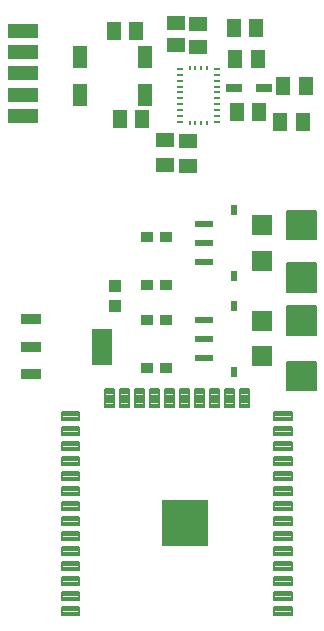
<source format=gbr>
G04 EAGLE Gerber RS-274X export*
G75*
%MOMM*%
%FSLAX34Y34*%
%LPD*%
%INSolderpaste Top*%
%IPPOS*%
%AMOC8*
5,1,8,0,0,1.08239X$1,22.5*%
G01*
%ADD10R,1.000000X1.100000*%
%ADD11C,0.198000*%
%ADD12R,4.000000X4.000000*%
%ADD13R,1.600200X0.508000*%
%ADD14R,0.609600X0.889000*%
%ADD15R,1.701800X1.803400*%
%ADD16R,0.475000X0.250000*%
%ADD17R,0.250000X0.375000*%
%ADD18R,1.500000X1.300000*%
%ADD19R,1.300000X1.500000*%
%ADD20R,1.300000X1.900000*%
%ADD21R,1.500000X1.200000*%
%ADD22R,1.350000X0.800000*%
%ADD23C,0.127000*%
%ADD24R,1.761200X0.850800*%
%ADD25R,1.761200X3.150800*%
%ADD26R,1.000000X0.900000*%
%ADD27R,2.540000X1.270000*%


D10*
X98100Y276600D03*
X98100Y293600D03*
D11*
X68010Y15540D02*
X52990Y15540D01*
X52990Y22560D01*
X68010Y22560D01*
X68010Y15540D01*
X68010Y17421D02*
X52990Y17421D01*
X52990Y19302D02*
X68010Y19302D01*
X68010Y21183D02*
X52990Y21183D01*
X52990Y28240D02*
X68010Y28240D01*
X52990Y28240D02*
X52990Y35260D01*
X68010Y35260D01*
X68010Y28240D01*
X68010Y30121D02*
X52990Y30121D01*
X52990Y32002D02*
X68010Y32002D01*
X68010Y33883D02*
X52990Y33883D01*
X52990Y40940D02*
X68010Y40940D01*
X52990Y40940D02*
X52990Y47960D01*
X68010Y47960D01*
X68010Y40940D01*
X68010Y42821D02*
X52990Y42821D01*
X52990Y44702D02*
X68010Y44702D01*
X68010Y46583D02*
X52990Y46583D01*
X52990Y53640D02*
X68010Y53640D01*
X52990Y53640D02*
X52990Y60660D01*
X68010Y60660D01*
X68010Y53640D01*
X68010Y55521D02*
X52990Y55521D01*
X52990Y57402D02*
X68010Y57402D01*
X68010Y59283D02*
X52990Y59283D01*
X52990Y66340D02*
X68010Y66340D01*
X52990Y66340D02*
X52990Y73360D01*
X68010Y73360D01*
X68010Y66340D01*
X68010Y68221D02*
X52990Y68221D01*
X52990Y70102D02*
X68010Y70102D01*
X68010Y71983D02*
X52990Y71983D01*
X52990Y79040D02*
X68010Y79040D01*
X52990Y79040D02*
X52990Y86060D01*
X68010Y86060D01*
X68010Y79040D01*
X68010Y80921D02*
X52990Y80921D01*
X52990Y82802D02*
X68010Y82802D01*
X68010Y84683D02*
X52990Y84683D01*
X52990Y91740D02*
X68010Y91740D01*
X52990Y91740D02*
X52990Y98760D01*
X68010Y98760D01*
X68010Y91740D01*
X68010Y93621D02*
X52990Y93621D01*
X52990Y95502D02*
X68010Y95502D01*
X68010Y97383D02*
X52990Y97383D01*
X52990Y104440D02*
X68010Y104440D01*
X52990Y104440D02*
X52990Y111460D01*
X68010Y111460D01*
X68010Y104440D01*
X68010Y106321D02*
X52990Y106321D01*
X52990Y108202D02*
X68010Y108202D01*
X68010Y110083D02*
X52990Y110083D01*
X52990Y117140D02*
X68010Y117140D01*
X52990Y117140D02*
X52990Y124160D01*
X68010Y124160D01*
X68010Y117140D01*
X68010Y119021D02*
X52990Y119021D01*
X52990Y120902D02*
X68010Y120902D01*
X68010Y122783D02*
X52990Y122783D01*
X52990Y129840D02*
X68010Y129840D01*
X52990Y129840D02*
X52990Y136860D01*
X68010Y136860D01*
X68010Y129840D01*
X68010Y131721D02*
X52990Y131721D01*
X52990Y133602D02*
X68010Y133602D01*
X68010Y135483D02*
X52990Y135483D01*
X52990Y142540D02*
X68010Y142540D01*
X52990Y142540D02*
X52990Y149560D01*
X68010Y149560D01*
X68010Y142540D01*
X68010Y144421D02*
X52990Y144421D01*
X52990Y146302D02*
X68010Y146302D01*
X68010Y148183D02*
X52990Y148183D01*
X52990Y155240D02*
X68010Y155240D01*
X52990Y155240D02*
X52990Y162260D01*
X68010Y162260D01*
X68010Y155240D01*
X68010Y157121D02*
X52990Y157121D01*
X52990Y159002D02*
X68010Y159002D01*
X68010Y160883D02*
X52990Y160883D01*
X52990Y167940D02*
X68010Y167940D01*
X52990Y167940D02*
X52990Y174960D01*
X68010Y174960D01*
X68010Y167940D01*
X68010Y169821D02*
X52990Y169821D01*
X52990Y171702D02*
X68010Y171702D01*
X68010Y173583D02*
X52990Y173583D01*
X52990Y180640D02*
X68010Y180640D01*
X52990Y180640D02*
X52990Y187660D01*
X68010Y187660D01*
X68010Y180640D01*
X68010Y182521D02*
X52990Y182521D01*
X52990Y184402D02*
X68010Y184402D01*
X68010Y186283D02*
X52990Y186283D01*
X89840Y191640D02*
X89840Y206660D01*
X96860Y206660D01*
X96860Y191640D01*
X89840Y191640D01*
X89840Y193521D02*
X96860Y193521D01*
X96860Y195402D02*
X89840Y195402D01*
X89840Y197283D02*
X96860Y197283D01*
X96860Y199164D02*
X89840Y199164D01*
X89840Y201045D02*
X96860Y201045D01*
X96860Y202926D02*
X89840Y202926D01*
X89840Y204807D02*
X96860Y204807D01*
X102540Y206660D02*
X102540Y191640D01*
X102540Y206660D02*
X109560Y206660D01*
X109560Y191640D01*
X102540Y191640D01*
X102540Y193521D02*
X109560Y193521D01*
X109560Y195402D02*
X102540Y195402D01*
X102540Y197283D02*
X109560Y197283D01*
X109560Y199164D02*
X102540Y199164D01*
X102540Y201045D02*
X109560Y201045D01*
X109560Y202926D02*
X102540Y202926D01*
X102540Y204807D02*
X109560Y204807D01*
X115240Y206660D02*
X115240Y191640D01*
X115240Y206660D02*
X122260Y206660D01*
X122260Y191640D01*
X115240Y191640D01*
X115240Y193521D02*
X122260Y193521D01*
X122260Y195402D02*
X115240Y195402D01*
X115240Y197283D02*
X122260Y197283D01*
X122260Y199164D02*
X115240Y199164D01*
X115240Y201045D02*
X122260Y201045D01*
X122260Y202926D02*
X115240Y202926D01*
X115240Y204807D02*
X122260Y204807D01*
X127940Y206660D02*
X127940Y191640D01*
X127940Y206660D02*
X134960Y206660D01*
X134960Y191640D01*
X127940Y191640D01*
X127940Y193521D02*
X134960Y193521D01*
X134960Y195402D02*
X127940Y195402D01*
X127940Y197283D02*
X134960Y197283D01*
X134960Y199164D02*
X127940Y199164D01*
X127940Y201045D02*
X134960Y201045D01*
X134960Y202926D02*
X127940Y202926D01*
X127940Y204807D02*
X134960Y204807D01*
X140640Y206660D02*
X140640Y191640D01*
X140640Y206660D02*
X147660Y206660D01*
X147660Y191640D01*
X140640Y191640D01*
X140640Y193521D02*
X147660Y193521D01*
X147660Y195402D02*
X140640Y195402D01*
X140640Y197283D02*
X147660Y197283D01*
X147660Y199164D02*
X140640Y199164D01*
X140640Y201045D02*
X147660Y201045D01*
X147660Y202926D02*
X140640Y202926D01*
X140640Y204807D02*
X147660Y204807D01*
X153340Y206660D02*
X153340Y191640D01*
X153340Y206660D02*
X160360Y206660D01*
X160360Y191640D01*
X153340Y191640D01*
X153340Y193521D02*
X160360Y193521D01*
X160360Y195402D02*
X153340Y195402D01*
X153340Y197283D02*
X160360Y197283D01*
X160360Y199164D02*
X153340Y199164D01*
X153340Y201045D02*
X160360Y201045D01*
X160360Y202926D02*
X153340Y202926D01*
X153340Y204807D02*
X160360Y204807D01*
X166040Y206660D02*
X166040Y191640D01*
X166040Y206660D02*
X173060Y206660D01*
X173060Y191640D01*
X166040Y191640D01*
X166040Y193521D02*
X173060Y193521D01*
X173060Y195402D02*
X166040Y195402D01*
X166040Y197283D02*
X173060Y197283D01*
X173060Y199164D02*
X166040Y199164D01*
X166040Y201045D02*
X173060Y201045D01*
X173060Y202926D02*
X166040Y202926D01*
X166040Y204807D02*
X173060Y204807D01*
X178740Y206660D02*
X178740Y191640D01*
X178740Y206660D02*
X185760Y206660D01*
X185760Y191640D01*
X178740Y191640D01*
X178740Y193521D02*
X185760Y193521D01*
X185760Y195402D02*
X178740Y195402D01*
X178740Y197283D02*
X185760Y197283D01*
X185760Y199164D02*
X178740Y199164D01*
X178740Y201045D02*
X185760Y201045D01*
X185760Y202926D02*
X178740Y202926D01*
X178740Y204807D02*
X185760Y204807D01*
X191440Y206660D02*
X191440Y191640D01*
X191440Y206660D02*
X198460Y206660D01*
X198460Y191640D01*
X191440Y191640D01*
X191440Y193521D02*
X198460Y193521D01*
X198460Y195402D02*
X191440Y195402D01*
X191440Y197283D02*
X198460Y197283D01*
X198460Y199164D02*
X191440Y199164D01*
X191440Y201045D02*
X198460Y201045D01*
X198460Y202926D02*
X191440Y202926D01*
X191440Y204807D02*
X198460Y204807D01*
X204140Y206660D02*
X204140Y191640D01*
X204140Y206660D02*
X211160Y206660D01*
X211160Y191640D01*
X204140Y191640D01*
X204140Y193521D02*
X211160Y193521D01*
X211160Y195402D02*
X204140Y195402D01*
X204140Y197283D02*
X211160Y197283D01*
X211160Y199164D02*
X204140Y199164D01*
X204140Y201045D02*
X211160Y201045D01*
X211160Y202926D02*
X204140Y202926D01*
X204140Y204807D02*
X211160Y204807D01*
X232990Y187660D02*
X248010Y187660D01*
X248010Y180640D01*
X232990Y180640D01*
X232990Y187660D01*
X232990Y182521D02*
X248010Y182521D01*
X248010Y184402D02*
X232990Y184402D01*
X232990Y186283D02*
X248010Y186283D01*
X248010Y174960D02*
X232990Y174960D01*
X248010Y174960D02*
X248010Y167940D01*
X232990Y167940D01*
X232990Y174960D01*
X232990Y169821D02*
X248010Y169821D01*
X248010Y171702D02*
X232990Y171702D01*
X232990Y173583D02*
X248010Y173583D01*
X248010Y162260D02*
X232990Y162260D01*
X248010Y162260D02*
X248010Y155240D01*
X232990Y155240D01*
X232990Y162260D01*
X232990Y157121D02*
X248010Y157121D01*
X248010Y159002D02*
X232990Y159002D01*
X232990Y160883D02*
X248010Y160883D01*
X248010Y149560D02*
X232990Y149560D01*
X248010Y149560D02*
X248010Y142540D01*
X232990Y142540D01*
X232990Y149560D01*
X232990Y144421D02*
X248010Y144421D01*
X248010Y146302D02*
X232990Y146302D01*
X232990Y148183D02*
X248010Y148183D01*
X248010Y136860D02*
X232990Y136860D01*
X248010Y136860D02*
X248010Y129840D01*
X232990Y129840D01*
X232990Y136860D01*
X232990Y131721D02*
X248010Y131721D01*
X248010Y133602D02*
X232990Y133602D01*
X232990Y135483D02*
X248010Y135483D01*
X248010Y124160D02*
X232990Y124160D01*
X248010Y124160D02*
X248010Y117140D01*
X232990Y117140D01*
X232990Y124160D01*
X232990Y119021D02*
X248010Y119021D01*
X248010Y120902D02*
X232990Y120902D01*
X232990Y122783D02*
X248010Y122783D01*
X248010Y111460D02*
X232990Y111460D01*
X248010Y111460D02*
X248010Y104440D01*
X232990Y104440D01*
X232990Y111460D01*
X232990Y106321D02*
X248010Y106321D01*
X248010Y108202D02*
X232990Y108202D01*
X232990Y110083D02*
X248010Y110083D01*
X248010Y98760D02*
X232990Y98760D01*
X248010Y98760D02*
X248010Y91740D01*
X232990Y91740D01*
X232990Y98760D01*
X232990Y93621D02*
X248010Y93621D01*
X248010Y95502D02*
X232990Y95502D01*
X232990Y97383D02*
X248010Y97383D01*
X248010Y86060D02*
X232990Y86060D01*
X248010Y86060D02*
X248010Y79040D01*
X232990Y79040D01*
X232990Y86060D01*
X232990Y80921D02*
X248010Y80921D01*
X248010Y82802D02*
X232990Y82802D01*
X232990Y84683D02*
X248010Y84683D01*
X248010Y73360D02*
X232990Y73360D01*
X248010Y73360D02*
X248010Y66340D01*
X232990Y66340D01*
X232990Y73360D01*
X232990Y68221D02*
X248010Y68221D01*
X248010Y70102D02*
X232990Y70102D01*
X232990Y71983D02*
X248010Y71983D01*
X248010Y60660D02*
X232990Y60660D01*
X248010Y60660D02*
X248010Y53640D01*
X232990Y53640D01*
X232990Y60660D01*
X232990Y55521D02*
X248010Y55521D01*
X248010Y57402D02*
X232990Y57402D01*
X232990Y59283D02*
X248010Y59283D01*
X248010Y47960D02*
X232990Y47960D01*
X248010Y47960D02*
X248010Y40940D01*
X232990Y40940D01*
X232990Y47960D01*
X232990Y42821D02*
X248010Y42821D01*
X248010Y44702D02*
X232990Y44702D01*
X232990Y46583D02*
X248010Y46583D01*
X248010Y35260D02*
X232990Y35260D01*
X248010Y35260D02*
X248010Y28240D01*
X232990Y28240D01*
X232990Y35260D01*
X232990Y30121D02*
X248010Y30121D01*
X248010Y32002D02*
X232990Y32002D01*
X232990Y33883D02*
X248010Y33883D01*
X248010Y22560D02*
X232990Y22560D01*
X248010Y22560D02*
X248010Y15540D01*
X232990Y15540D01*
X232990Y22560D01*
X232990Y17421D02*
X248010Y17421D01*
X248010Y19302D02*
X232990Y19302D01*
X232990Y21183D02*
X248010Y21183D01*
D12*
X157500Y93150D03*
D13*
X173800Y346400D03*
X173800Y330400D03*
X173800Y314400D03*
D14*
X198800Y358400D03*
X198800Y302400D03*
D15*
X222300Y345400D03*
X222300Y315400D03*
D13*
X173800Y265300D03*
X173800Y249300D03*
X173800Y233300D03*
D14*
X198800Y277300D03*
X198800Y221300D03*
D15*
X222300Y264300D03*
X222300Y234300D03*
D16*
X153125Y432800D03*
D17*
X161250Y432175D03*
X166250Y432175D03*
X171250Y432175D03*
X176250Y432175D03*
D16*
X184375Y432800D03*
X184375Y437800D03*
X184375Y442800D03*
X184375Y447800D03*
X184375Y452800D03*
X184375Y457800D03*
X184375Y462800D03*
X184375Y467800D03*
X184375Y472800D03*
X184375Y477800D03*
D17*
X176250Y478425D03*
X171250Y478425D03*
X166250Y478425D03*
X161250Y478425D03*
D16*
X153125Y477800D03*
X153125Y472800D03*
X153125Y467800D03*
X153125Y462800D03*
X153125Y457800D03*
X153125Y452800D03*
X153125Y447800D03*
X153125Y442800D03*
X153125Y437800D03*
D18*
X149700Y516870D03*
X149700Y497870D03*
X168750Y515600D03*
X168750Y496600D03*
D19*
X198620Y512450D03*
X217620Y512450D03*
X259530Y462920D03*
X240530Y462920D03*
X237990Y432440D03*
X256990Y432440D03*
D20*
X123860Y487810D03*
X68860Y487810D03*
X68860Y455810D03*
X123860Y455810D03*
D19*
X102100Y434980D03*
X121100Y434980D03*
X97020Y509910D03*
X116020Y509910D03*
X220160Y441330D03*
X201160Y441330D03*
D21*
X159860Y395270D03*
X159860Y416270D03*
X140810Y417540D03*
X140810Y396540D03*
D19*
X199890Y485780D03*
X218890Y485780D03*
D22*
X224630Y461650D03*
X199230Y461650D03*
D23*
X243935Y252855D02*
X268065Y252855D01*
X243935Y252855D02*
X243935Y276985D01*
X268065Y276985D01*
X268065Y252855D01*
X268065Y254061D02*
X243935Y254061D01*
X243935Y255267D02*
X268065Y255267D01*
X268065Y256473D02*
X243935Y256473D01*
X243935Y257679D02*
X268065Y257679D01*
X268065Y258885D02*
X243935Y258885D01*
X243935Y260091D02*
X268065Y260091D01*
X268065Y261297D02*
X243935Y261297D01*
X243935Y262503D02*
X268065Y262503D01*
X268065Y263709D02*
X243935Y263709D01*
X243935Y264915D02*
X268065Y264915D01*
X268065Y266121D02*
X243935Y266121D01*
X243935Y267327D02*
X268065Y267327D01*
X268065Y268533D02*
X243935Y268533D01*
X243935Y269739D02*
X268065Y269739D01*
X268065Y270945D02*
X243935Y270945D01*
X243935Y272151D02*
X268065Y272151D01*
X268065Y273357D02*
X243935Y273357D01*
X243935Y274563D02*
X268065Y274563D01*
X268065Y275769D02*
X243935Y275769D01*
X243935Y276975D02*
X268065Y276975D01*
X268065Y357665D02*
X243935Y357665D01*
X268065Y357665D02*
X268065Y333535D01*
X243935Y333535D01*
X243935Y357665D01*
X243935Y334741D02*
X268065Y334741D01*
X268065Y335947D02*
X243935Y335947D01*
X243935Y337153D02*
X268065Y337153D01*
X268065Y338359D02*
X243935Y338359D01*
X243935Y339565D02*
X268065Y339565D01*
X268065Y340771D02*
X243935Y340771D01*
X243935Y341977D02*
X268065Y341977D01*
X268065Y343183D02*
X243935Y343183D01*
X243935Y344389D02*
X268065Y344389D01*
X268065Y345595D02*
X243935Y345595D01*
X243935Y346801D02*
X268065Y346801D01*
X268065Y348007D02*
X243935Y348007D01*
X243935Y349213D02*
X268065Y349213D01*
X268065Y350419D02*
X243935Y350419D01*
X243935Y351625D02*
X268065Y351625D01*
X268065Y352831D02*
X243935Y352831D01*
X243935Y354037D02*
X268065Y354037D01*
X268065Y355243D02*
X243935Y355243D01*
X243935Y356449D02*
X268065Y356449D01*
X268065Y357655D02*
X243935Y357655D01*
X243935Y289085D02*
X268065Y289085D01*
X243935Y289085D02*
X243935Y313215D01*
X268065Y313215D01*
X268065Y289085D01*
X268065Y290291D02*
X243935Y290291D01*
X243935Y291497D02*
X268065Y291497D01*
X268065Y292703D02*
X243935Y292703D01*
X243935Y293909D02*
X268065Y293909D01*
X268065Y295115D02*
X243935Y295115D01*
X243935Y296321D02*
X268065Y296321D01*
X268065Y297527D02*
X243935Y297527D01*
X243935Y298733D02*
X268065Y298733D01*
X268065Y299939D02*
X243935Y299939D01*
X243935Y301145D02*
X268065Y301145D01*
X268065Y302351D02*
X243935Y302351D01*
X243935Y303557D02*
X268065Y303557D01*
X268065Y304763D02*
X243935Y304763D01*
X243935Y305969D02*
X268065Y305969D01*
X268065Y307175D02*
X243935Y307175D01*
X243935Y308381D02*
X268065Y308381D01*
X268065Y309587D02*
X243935Y309587D01*
X243935Y310793D02*
X268065Y310793D01*
X268065Y311999D02*
X243935Y311999D01*
X243935Y313205D02*
X268065Y313205D01*
X268065Y205555D02*
X243935Y205555D01*
X243935Y229685D01*
X268065Y229685D01*
X268065Y205555D01*
X268065Y206761D02*
X243935Y206761D01*
X243935Y207967D02*
X268065Y207967D01*
X268065Y209173D02*
X243935Y209173D01*
X243935Y210379D02*
X268065Y210379D01*
X268065Y211585D02*
X243935Y211585D01*
X243935Y212791D02*
X268065Y212791D01*
X268065Y213997D02*
X243935Y213997D01*
X243935Y215203D02*
X268065Y215203D01*
X268065Y216409D02*
X243935Y216409D01*
X243935Y217615D02*
X268065Y217615D01*
X268065Y218821D02*
X243935Y218821D01*
X243935Y220027D02*
X268065Y220027D01*
X268065Y221233D02*
X243935Y221233D01*
X243935Y222439D02*
X268065Y222439D01*
X268065Y223645D02*
X243935Y223645D01*
X243935Y224851D02*
X268065Y224851D01*
X268065Y226057D02*
X243935Y226057D01*
X243935Y227263D02*
X268065Y227263D01*
X268065Y228469D02*
X243935Y228469D01*
X243935Y229675D02*
X268065Y229675D01*
D24*
X26900Y265570D03*
X26900Y242570D03*
X26900Y219570D03*
D25*
X87400Y242570D03*
D26*
X125000Y335500D03*
X125000Y294500D03*
X141000Y294500D03*
X141000Y335500D03*
X125000Y265500D03*
X125000Y224500D03*
X141000Y224500D03*
X141000Y265500D03*
D27*
X20000Y510000D03*
X20000Y492000D03*
X20000Y474000D03*
X20000Y456000D03*
X20000Y438000D03*
M02*

</source>
